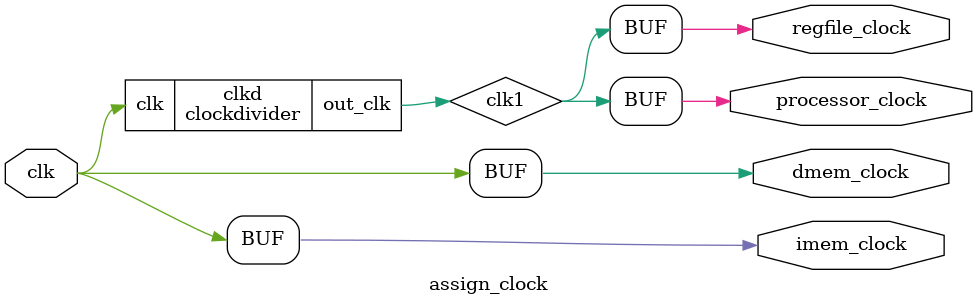
<source format=v>
module clockdivider(out_clk, clk);
    output reg out_clk;
	 input clk;
	 always @(posedge clk)
	     out_clk <= ~out_clk;
endmodule

module assign_clock(clk, imem_clock, dmem_clock, processor_clock, regfile_clock);
    output imem_clock, dmem_clock, processor_clock, regfile_clock;
	 input clk;
	 
	 wire clk1;
	 
	 clockdivider clkd(clk1, clk);
	 
	 assign imem_clock = clk;///
	 assign dmem_clock = clk;
	 assign processor_clock = clk1;
	 assign regfile_clock = clk1;
	 
endmodule


</source>
